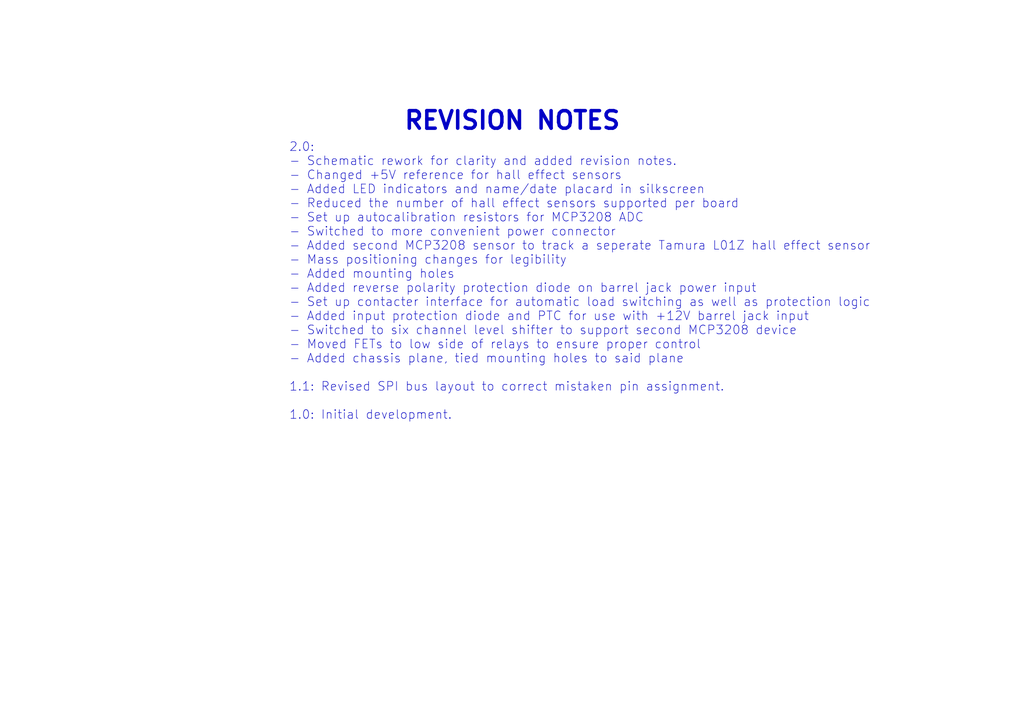
<source format=kicad_sch>
(kicad_sch (version 20230121) (generator eeschema)
  (paper "A4")
  (title_block (title "WCS1700 Calibrator") (date "2023-08-08") (rev "2.0") (comment 1 "Ed Katynski") (comment 2 "(PENDING REVIEW)"))
  (lib_symbols)
  (text "2.0: \n- Schematic rework for clarity and added revision notes.\n- Changed +5V reference for hall effect sensors\n- Added LED indicators and name/date placard in silkscreen\n- Reduced the number of hall effect sensors supported per board\n- Set up autocalibration resistors for MCP3208 ADC\n- Switched to more convenient power connector\n- Added second MCP3208 sensor to track a seperate Tamura L01Z hall effect sensor\n- Mass positioning changes for legibility\n- Added mounting holes\n- Added reverse polarity protection diode on barrel jack power input\n- Set up contacter interface for automatic load switching as well as protection logic\n- Added input protection diode and PTC for use with +12V barrel jack input\n- Switched to six channel level shifter to support second MCP3208 device\n- Moved FETs to low side of relays to ensure proper control\n- Added chassis plane, tied mounting holes to said plane\n\n1.1: Revised SPI bus layout to correct mistaken pin assignment.\n\n1.0: Initial development." (at 83.82 121.92 0) (effects (font (size 2.54 2.54)) (justify left bottom)))
  (text "REVISION NOTES" (at 116.84 38.1 0) (effects (font (size 5.08 5.08) (thickness 1.016) bold) (justify left bottom)))
)
</source>
